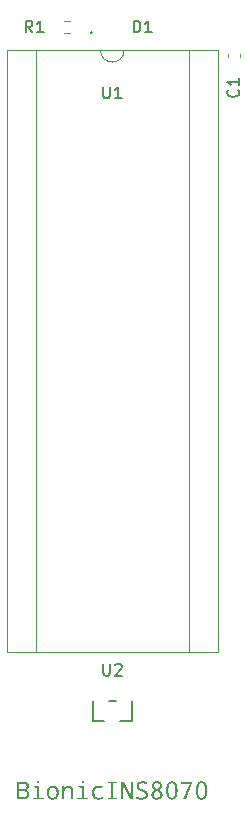
<source format=gbr>
G04 #@! TF.GenerationSoftware,KiCad,Pcbnew,7.0.11+dfsg-1build4*
G04 #@! TF.CreationDate,2024-11-28T12:21:17+09:00*
G04 #@! TF.ProjectId,bionic-ins8070,62696f6e-6963-42d6-996e-73383037302e,5*
G04 #@! TF.SameCoordinates,Original*
G04 #@! TF.FileFunction,Legend,Top*
G04 #@! TF.FilePolarity,Positive*
%FSLAX46Y46*%
G04 Gerber Fmt 4.6, Leading zero omitted, Abs format (unit mm)*
G04 Created by KiCad (PCBNEW 7.0.11+dfsg-1build4) date 2024-11-28 12:21:17*
%MOMM*%
%LPD*%
G01*
G04 APERTURE LIST*
%ADD10C,0.150000*%
%ADD11C,0.152400*%
%ADD12C,0.120000*%
G04 APERTURE END LIST*
D10*
G36*
X106118352Y-135669959D02*
G01*
X106135529Y-135670222D01*
X106152404Y-135670660D01*
X106168976Y-135671274D01*
X106185245Y-135672063D01*
X106201211Y-135673027D01*
X106216875Y-135674167D01*
X106232236Y-135675481D01*
X106247295Y-135676972D01*
X106262051Y-135678637D01*
X106290654Y-135682494D01*
X106318047Y-135687052D01*
X106344229Y-135692311D01*
X106369201Y-135698272D01*
X106392962Y-135704934D01*
X106415512Y-135712297D01*
X106436851Y-135720361D01*
X106456979Y-135729127D01*
X106475897Y-135738593D01*
X106493604Y-135748761D01*
X106510101Y-135759631D01*
X106525540Y-135771236D01*
X106539982Y-135783702D01*
X106553429Y-135797030D01*
X106565880Y-135811219D01*
X106577334Y-135826270D01*
X106587793Y-135842183D01*
X106597255Y-135858957D01*
X106605722Y-135876592D01*
X106613192Y-135895090D01*
X106619667Y-135914448D01*
X106625145Y-135934668D01*
X106629627Y-135955750D01*
X106633113Y-135977693D01*
X106635603Y-136000498D01*
X106637098Y-136024164D01*
X106637596Y-136048692D01*
X106637279Y-136064915D01*
X106636330Y-136080795D01*
X106634749Y-136096331D01*
X106632535Y-136111524D01*
X106629689Y-136126373D01*
X106626210Y-136140879D01*
X106622098Y-136155041D01*
X106614745Y-136175640D01*
X106605968Y-136195467D01*
X106595768Y-136214521D01*
X106584145Y-136232802D01*
X106571099Y-136250310D01*
X106561610Y-136261553D01*
X106556629Y-136267045D01*
X106546285Y-136277631D01*
X106535494Y-136287682D01*
X106524257Y-136297197D01*
X106512574Y-136306177D01*
X106500444Y-136314622D01*
X106487867Y-136322532D01*
X106474844Y-136329907D01*
X106461374Y-136336746D01*
X106447458Y-136343050D01*
X106433096Y-136348819D01*
X106418286Y-136354052D01*
X106403031Y-136358751D01*
X106387329Y-136362914D01*
X106371180Y-136366542D01*
X106354585Y-136369634D01*
X106337543Y-136372192D01*
X106337543Y-136382450D01*
X106358596Y-136386165D01*
X106378980Y-136390350D01*
X106398695Y-136395004D01*
X106417743Y-136400127D01*
X106436122Y-136405720D01*
X106453832Y-136411782D01*
X106470875Y-136418314D01*
X106487249Y-136425315D01*
X106502955Y-136432785D01*
X106517992Y-136440725D01*
X106532361Y-136449134D01*
X106546062Y-136458013D01*
X106559094Y-136467361D01*
X106571458Y-136477178D01*
X106583154Y-136487465D01*
X106594181Y-136498221D01*
X106604540Y-136509447D01*
X106614231Y-136521142D01*
X106623254Y-136533306D01*
X106631608Y-136545940D01*
X106639294Y-136559043D01*
X106646311Y-136572616D01*
X106652660Y-136586658D01*
X106658341Y-136601169D01*
X106663353Y-136616150D01*
X106667698Y-136631601D01*
X106671373Y-136647520D01*
X106674381Y-136663909D01*
X106676720Y-136680768D01*
X106678391Y-136698096D01*
X106679393Y-136715893D01*
X106679727Y-136734160D01*
X106679214Y-136759281D01*
X106677672Y-136783722D01*
X106675104Y-136807481D01*
X106671507Y-136830559D01*
X106666883Y-136852956D01*
X106661232Y-136874672D01*
X106654553Y-136895706D01*
X106646846Y-136916060D01*
X106638112Y-136935732D01*
X106628351Y-136954722D01*
X106617561Y-136973032D01*
X106605745Y-136990660D01*
X106592901Y-137007608D01*
X106579029Y-137023874D01*
X106564129Y-137039458D01*
X106548203Y-137054362D01*
X106531434Y-137068426D01*
X106513919Y-137081582D01*
X106495657Y-137093831D01*
X106476647Y-137105172D01*
X106456891Y-137115606D01*
X106436387Y-137125133D01*
X106415137Y-137133753D01*
X106393139Y-137141465D01*
X106370394Y-137148270D01*
X106346903Y-137154168D01*
X106322664Y-137159158D01*
X106297678Y-137163241D01*
X106271945Y-137166417D01*
X106245466Y-137168685D01*
X106218239Y-137170046D01*
X106190265Y-137170500D01*
X105647313Y-137170500D01*
X105647313Y-136466714D01*
X105840021Y-136466714D01*
X105840021Y-137006735D01*
X106156193Y-137006735D01*
X106175915Y-137006461D01*
X106195012Y-137005640D01*
X106213482Y-137004271D01*
X106231326Y-137002355D01*
X106248544Y-136999892D01*
X106265136Y-136996881D01*
X106281102Y-136993323D01*
X106296442Y-136989218D01*
X106311155Y-136984565D01*
X106325243Y-136979365D01*
X106351539Y-136967322D01*
X106375332Y-136953089D01*
X106396619Y-136936668D01*
X106415403Y-136918056D01*
X106431682Y-136897255D01*
X106445456Y-136874264D01*
X106456726Y-136849084D01*
X106465492Y-136821714D01*
X106468935Y-136807207D01*
X106471753Y-136792154D01*
X106473944Y-136776553D01*
X106475509Y-136760405D01*
X106476449Y-136743709D01*
X106476762Y-136726466D01*
X106476436Y-136710485D01*
X106475458Y-136695012D01*
X106473828Y-136680045D01*
X106468613Y-136651635D01*
X106460791Y-136625254D01*
X106450361Y-136600902D01*
X106437323Y-136578580D01*
X106421679Y-136558287D01*
X106403426Y-136540023D01*
X106382566Y-136523788D01*
X106359099Y-136509583D01*
X106333024Y-136497407D01*
X106319009Y-136492080D01*
X106304342Y-136487261D01*
X106289023Y-136482948D01*
X106273052Y-136479143D01*
X106256429Y-136475846D01*
X106239155Y-136473055D01*
X106221228Y-136470772D01*
X106202650Y-136468997D01*
X106183420Y-136467728D01*
X106163538Y-136466967D01*
X106143004Y-136466714D01*
X105840021Y-136466714D01*
X105647313Y-136466714D01*
X105647313Y-135833636D01*
X105840021Y-135833636D01*
X105840021Y-136302949D01*
X106132379Y-136302949D01*
X106152143Y-136302730D01*
X106171225Y-136302073D01*
X106189626Y-136300978D01*
X106207347Y-136299446D01*
X106224385Y-136297475D01*
X106240743Y-136295066D01*
X106256419Y-136292220D01*
X106271414Y-136288935D01*
X106285728Y-136285213D01*
X106305922Y-136278809D01*
X106324583Y-136271419D01*
X106341711Y-136263043D01*
X106357307Y-136253683D01*
X106366852Y-136246895D01*
X106380012Y-136235741D01*
X106391878Y-136223299D01*
X106402449Y-136209569D01*
X106411726Y-136194551D01*
X106419709Y-136178245D01*
X106426397Y-136160651D01*
X106431790Y-136141769D01*
X106435889Y-136121599D01*
X106438694Y-136100141D01*
X106439844Y-136085120D01*
X106440420Y-136069526D01*
X106440492Y-136061515D01*
X106440184Y-136046535D01*
X106438569Y-136025081D01*
X106435569Y-136004843D01*
X106431184Y-135985822D01*
X106425415Y-135968019D01*
X106418261Y-135951433D01*
X106409723Y-135936064D01*
X106399800Y-135921912D01*
X106388492Y-135908977D01*
X106375800Y-135897260D01*
X106361723Y-135886759D01*
X106346143Y-135877265D01*
X106328939Y-135868706D01*
X106310113Y-135861080D01*
X106289664Y-135854387D01*
X106275130Y-135850445D01*
X106259874Y-135846917D01*
X106243897Y-135843804D01*
X106227199Y-135841107D01*
X106209779Y-135838824D01*
X106191639Y-135836956D01*
X106172777Y-135835504D01*
X106153193Y-135834466D01*
X106132889Y-135833844D01*
X106111863Y-135833636D01*
X105840021Y-135833636D01*
X105647313Y-135833636D01*
X105647313Y-135669871D01*
X106100872Y-135669871D01*
X106118352Y-135669959D01*
G37*
G36*
X107420516Y-135576082D02*
G01*
X107440027Y-135577109D01*
X107457619Y-135580191D01*
X107473292Y-135585327D01*
X107487045Y-135592517D01*
X107498880Y-135601762D01*
X107508795Y-135613061D01*
X107516792Y-135626414D01*
X107522869Y-135641822D01*
X107527027Y-135659284D01*
X107529266Y-135678800D01*
X107529693Y-135692952D01*
X107528896Y-135710766D01*
X107526508Y-135727113D01*
X107522528Y-135741993D01*
X107515650Y-135757913D01*
X107506480Y-135771720D01*
X107497086Y-135781613D01*
X107484571Y-135791449D01*
X107471206Y-135799250D01*
X107456991Y-135805015D01*
X107441925Y-135808746D01*
X107426010Y-135810442D01*
X107420516Y-135810555D01*
X107400809Y-135809522D01*
X107383040Y-135806421D01*
X107367209Y-135801253D01*
X107353317Y-135794017D01*
X107341363Y-135784715D01*
X107331348Y-135773345D01*
X107323271Y-135759908D01*
X107317133Y-135744404D01*
X107312933Y-135726832D01*
X107310671Y-135707193D01*
X107310240Y-135692952D01*
X107311210Y-135672066D01*
X107314117Y-135653235D01*
X107318963Y-135636458D01*
X107325748Y-135621735D01*
X107334471Y-135609066D01*
X107345132Y-135598452D01*
X107357732Y-135589892D01*
X107372270Y-135583387D01*
X107388747Y-135578935D01*
X107407162Y-135576539D01*
X107420516Y-135576082D01*
G37*
G36*
X107325994Y-136192307D02*
G01*
X107048656Y-136170691D01*
X107048656Y-136045028D01*
X107513206Y-136045028D01*
X107513206Y-137023221D01*
X107875907Y-137043737D01*
X107875907Y-137170500D01*
X106971353Y-137170500D01*
X106971353Y-137043737D01*
X107325994Y-137023221D01*
X107325994Y-136192307D01*
G37*
G36*
X108691345Y-136022205D02*
G01*
X108718464Y-136024077D01*
X108744949Y-136027197D01*
X108770797Y-136031565D01*
X108796011Y-136037180D01*
X108820589Y-136044044D01*
X108844531Y-136052155D01*
X108867838Y-136061515D01*
X108890510Y-136072122D01*
X108912546Y-136083978D01*
X108933947Y-136097081D01*
X108954712Y-136111432D01*
X108974842Y-136127031D01*
X108994337Y-136143878D01*
X109013196Y-136161973D01*
X109031420Y-136181316D01*
X109048766Y-136201692D01*
X109064994Y-136222887D01*
X109080102Y-136244900D01*
X109094091Y-136267732D01*
X109106961Y-136291383D01*
X109118712Y-136315852D01*
X109129343Y-136341140D01*
X109138856Y-136367246D01*
X109147249Y-136394171D01*
X109154524Y-136421914D01*
X109160679Y-136450476D01*
X109163337Y-136465064D01*
X109165715Y-136479857D01*
X109167813Y-136494854D01*
X109169632Y-136510056D01*
X109171171Y-136525463D01*
X109172430Y-136541074D01*
X109173409Y-136556890D01*
X109174109Y-136572911D01*
X109174528Y-136589136D01*
X109174668Y-136605566D01*
X109174530Y-136622534D01*
X109174116Y-136639277D01*
X109173425Y-136655793D01*
X109172458Y-136672084D01*
X109171216Y-136688148D01*
X109169696Y-136703986D01*
X109167901Y-136719598D01*
X109165830Y-136734984D01*
X109163482Y-136750144D01*
X109160858Y-136765077D01*
X109157958Y-136779785D01*
X109154781Y-136794266D01*
X109151329Y-136808522D01*
X109143595Y-136836354D01*
X109134757Y-136863282D01*
X109124813Y-136889305D01*
X109113765Y-136914424D01*
X109101612Y-136938638D01*
X109088354Y-136961948D01*
X109073992Y-136984354D01*
X109058524Y-137005855D01*
X109041952Y-137026451D01*
X109033252Y-137036410D01*
X109015254Y-137055487D01*
X108996523Y-137073333D01*
X108977060Y-137089948D01*
X108956865Y-137105332D01*
X108935936Y-137119486D01*
X108914275Y-137132409D01*
X108891881Y-137144101D01*
X108868754Y-137154563D01*
X108844894Y-137163793D01*
X108820302Y-137171793D01*
X108794977Y-137178562D01*
X108768920Y-137184101D01*
X108742129Y-137188408D01*
X108714606Y-137191485D01*
X108686350Y-137193331D01*
X108657362Y-137193947D01*
X108629826Y-137193321D01*
X108602905Y-137191445D01*
X108576600Y-137188318D01*
X108550910Y-137183940D01*
X108525836Y-137178312D01*
X108501376Y-137171433D01*
X108477533Y-137163302D01*
X108454304Y-137153922D01*
X108431691Y-137143290D01*
X108409694Y-137131407D01*
X108388312Y-137118274D01*
X108367545Y-137103890D01*
X108347393Y-137088255D01*
X108327857Y-137071369D01*
X108308936Y-137053233D01*
X108290631Y-137033846D01*
X108273240Y-137013368D01*
X108256971Y-136992051D01*
X108241825Y-136969896D01*
X108227800Y-136946903D01*
X108214897Y-136923071D01*
X108203116Y-136898400D01*
X108192457Y-136872890D01*
X108182920Y-136846542D01*
X108174505Y-136819355D01*
X108167212Y-136791330D01*
X108163986Y-136777002D01*
X108161041Y-136762466D01*
X108158376Y-136747719D01*
X108155992Y-136732763D01*
X108153889Y-136717597D01*
X108152065Y-136702222D01*
X108150523Y-136686636D01*
X108149260Y-136670842D01*
X108148279Y-136654837D01*
X108147577Y-136638623D01*
X108147157Y-136622199D01*
X108147016Y-136605566D01*
X108340823Y-136605566D01*
X108341136Y-136632186D01*
X108342075Y-136657960D01*
X108343641Y-136682890D01*
X108345832Y-136706974D01*
X108348649Y-136730214D01*
X108352093Y-136752608D01*
X108356163Y-136774157D01*
X108360859Y-136794862D01*
X108366181Y-136814721D01*
X108372129Y-136833735D01*
X108378703Y-136851904D01*
X108385903Y-136869228D01*
X108393729Y-136885707D01*
X108402182Y-136901341D01*
X108411261Y-136916129D01*
X108420965Y-136930073D01*
X108431296Y-136943172D01*
X108442253Y-136955425D01*
X108453836Y-136966834D01*
X108466045Y-136977397D01*
X108478880Y-136987115D01*
X108492342Y-136995988D01*
X108506429Y-137004017D01*
X108521143Y-137011200D01*
X108536483Y-137017538D01*
X108552448Y-137023031D01*
X108569040Y-137027679D01*
X108586258Y-137031481D01*
X108604103Y-137034439D01*
X108622573Y-137036552D01*
X108641669Y-137037819D01*
X108661392Y-137038242D01*
X108681047Y-137037819D01*
X108700078Y-137036552D01*
X108718484Y-137034439D01*
X108736267Y-137031481D01*
X108753426Y-137027679D01*
X108769962Y-137023031D01*
X108785873Y-137017538D01*
X108801160Y-137011200D01*
X108815823Y-137004017D01*
X108829862Y-136995988D01*
X108843277Y-136987115D01*
X108856069Y-136977397D01*
X108868236Y-136966834D01*
X108879779Y-136955425D01*
X108890699Y-136943172D01*
X108900994Y-136930073D01*
X108910665Y-136916129D01*
X108919713Y-136901341D01*
X108928136Y-136885707D01*
X108935936Y-136869228D01*
X108943112Y-136851904D01*
X108949663Y-136833735D01*
X108955591Y-136814721D01*
X108960895Y-136794862D01*
X108965574Y-136774157D01*
X108969630Y-136752608D01*
X108973062Y-136730214D01*
X108975870Y-136706974D01*
X108978054Y-136682890D01*
X108979613Y-136657960D01*
X108980549Y-136632186D01*
X108980861Y-136605566D01*
X108980547Y-136579217D01*
X108979605Y-136553704D01*
X108978034Y-136529028D01*
X108975835Y-136505188D01*
X108973008Y-136482184D01*
X108969553Y-136460018D01*
X108965469Y-136438687D01*
X108960757Y-136418193D01*
X108955417Y-136398536D01*
X108949449Y-136379715D01*
X108942852Y-136361731D01*
X108935627Y-136344583D01*
X108927774Y-136328271D01*
X108919292Y-136312796D01*
X108910182Y-136298158D01*
X108900444Y-136284356D01*
X108890078Y-136271390D01*
X108879084Y-136259261D01*
X108867461Y-136247969D01*
X108855210Y-136237513D01*
X108842331Y-136227893D01*
X108828823Y-136219110D01*
X108814687Y-136211164D01*
X108799923Y-136204053D01*
X108784531Y-136197780D01*
X108768510Y-136192343D01*
X108751862Y-136187742D01*
X108734584Y-136183978D01*
X108716679Y-136181050D01*
X108698146Y-136178959D01*
X108678984Y-136177704D01*
X108659194Y-136177286D01*
X108639606Y-136177704D01*
X108620641Y-136178959D01*
X108602297Y-136181050D01*
X108584575Y-136183978D01*
X108567476Y-136187742D01*
X108550997Y-136192343D01*
X108535141Y-136197780D01*
X108519906Y-136204053D01*
X108505294Y-136211164D01*
X108491303Y-136219110D01*
X108477934Y-136227893D01*
X108465187Y-136237513D01*
X108453061Y-136247969D01*
X108441557Y-136259261D01*
X108430676Y-136271390D01*
X108420416Y-136284356D01*
X108410778Y-136298158D01*
X108401761Y-136312796D01*
X108393367Y-136328271D01*
X108385594Y-136344583D01*
X108378443Y-136361731D01*
X108371914Y-136379715D01*
X108366007Y-136398536D01*
X108360721Y-136418193D01*
X108356058Y-136438687D01*
X108352016Y-136460018D01*
X108348596Y-136482184D01*
X108345798Y-136505188D01*
X108343621Y-136529028D01*
X108342067Y-136553704D01*
X108341134Y-136579217D01*
X108340823Y-136605566D01*
X108147016Y-136605566D01*
X108147153Y-136588756D01*
X108147562Y-136572169D01*
X108148243Y-136555806D01*
X108149197Y-136539666D01*
X108150424Y-136523749D01*
X108151924Y-136508056D01*
X108153696Y-136492585D01*
X108155740Y-136477338D01*
X108158058Y-136462315D01*
X108160648Y-136447514D01*
X108163510Y-136432937D01*
X108166645Y-136418583D01*
X108173734Y-136390544D01*
X108181913Y-136363399D01*
X108191182Y-136337147D01*
X108201542Y-136311787D01*
X108212992Y-136287321D01*
X108225533Y-136263748D01*
X108239164Y-136241068D01*
X108253886Y-136219280D01*
X108269698Y-136198386D01*
X108286601Y-136178385D01*
X108304431Y-136159397D01*
X108323026Y-136141634D01*
X108342384Y-136125096D01*
X108362507Y-136109783D01*
X108383394Y-136095695D01*
X108405046Y-136082833D01*
X108427461Y-136071195D01*
X108450641Y-136060782D01*
X108474585Y-136051594D01*
X108499293Y-136043632D01*
X108524765Y-136036894D01*
X108551002Y-136031381D01*
X108578002Y-136027094D01*
X108605767Y-136024031D01*
X108634297Y-136022194D01*
X108663590Y-136021581D01*
X108691345Y-136022205D01*
G37*
G36*
X110203053Y-137170500D02*
G01*
X110203053Y-136444366D01*
X110202813Y-136427934D01*
X110202095Y-136412024D01*
X110200898Y-136396635D01*
X110199223Y-136381769D01*
X110194436Y-136353600D01*
X110187734Y-136327518D01*
X110179117Y-136303523D01*
X110168586Y-136281614D01*
X110156139Y-136261792D01*
X110141778Y-136244056D01*
X110125502Y-136228407D01*
X110107311Y-136214844D01*
X110087206Y-136203368D01*
X110065185Y-136193978D01*
X110041250Y-136186675D01*
X110015400Y-136181459D01*
X109987635Y-136178329D01*
X109957955Y-136177286D01*
X109938480Y-136177685D01*
X109919624Y-136178883D01*
X109901386Y-136180879D01*
X109883766Y-136183674D01*
X109866765Y-136187268D01*
X109850381Y-136191660D01*
X109834616Y-136196851D01*
X109819469Y-136202840D01*
X109804941Y-136209628D01*
X109791030Y-136217214D01*
X109777738Y-136225599D01*
X109765064Y-136234782D01*
X109753008Y-136244764D01*
X109741571Y-136255545D01*
X109730752Y-136267124D01*
X109720551Y-136279502D01*
X109710968Y-136292678D01*
X109702004Y-136306653D01*
X109693657Y-136321426D01*
X109685929Y-136336998D01*
X109678820Y-136353368D01*
X109672328Y-136370537D01*
X109666455Y-136388505D01*
X109661200Y-136407271D01*
X109656563Y-136426836D01*
X109652545Y-136447199D01*
X109649144Y-136468361D01*
X109646362Y-136490321D01*
X109644198Y-136513080D01*
X109642653Y-136536638D01*
X109641725Y-136560994D01*
X109641416Y-136586148D01*
X109641416Y-137170500D01*
X109453838Y-137170500D01*
X109453838Y-136045028D01*
X109605146Y-136045028D01*
X109632990Y-136194871D01*
X109643248Y-136194871D01*
X109657053Y-136173887D01*
X109671905Y-136154257D01*
X109687804Y-136135980D01*
X109704751Y-136119057D01*
X109722746Y-136103488D01*
X109741789Y-136089273D01*
X109761878Y-136076411D01*
X109783016Y-136064904D01*
X109805201Y-136054750D01*
X109828434Y-136045950D01*
X109852714Y-136038504D01*
X109878042Y-136032412D01*
X109904417Y-136027673D01*
X109931840Y-136024289D01*
X109960311Y-136022258D01*
X109989829Y-136021581D01*
X110014487Y-136021984D01*
X110038363Y-136023191D01*
X110061456Y-136025204D01*
X110083767Y-136028021D01*
X110105294Y-136031644D01*
X110126039Y-136036071D01*
X110146001Y-136041304D01*
X110165180Y-136047341D01*
X110183576Y-136054184D01*
X110201189Y-136061831D01*
X110218020Y-136070284D01*
X110234068Y-136079541D01*
X110249333Y-136089604D01*
X110263815Y-136100471D01*
X110277514Y-136112144D01*
X110290431Y-136124621D01*
X110302564Y-136137904D01*
X110313915Y-136151991D01*
X110324483Y-136166884D01*
X110334268Y-136182581D01*
X110343271Y-136199084D01*
X110351490Y-136216391D01*
X110358927Y-136234504D01*
X110365581Y-136253421D01*
X110371452Y-136273144D01*
X110376540Y-136293671D01*
X110380846Y-136315004D01*
X110384369Y-136337141D01*
X110387108Y-136360083D01*
X110389066Y-136383831D01*
X110390240Y-136408383D01*
X110390631Y-136433741D01*
X110390631Y-137170500D01*
X110203053Y-137170500D01*
G37*
G36*
X111201395Y-135576082D02*
G01*
X111220906Y-135577109D01*
X111238498Y-135580191D01*
X111254171Y-135585327D01*
X111267925Y-135592517D01*
X111279759Y-135601762D01*
X111289675Y-135613061D01*
X111297671Y-135626414D01*
X111303748Y-135641822D01*
X111307906Y-135659284D01*
X111310145Y-135678800D01*
X111310572Y-135692952D01*
X111309776Y-135710766D01*
X111307388Y-135727113D01*
X111303407Y-135741993D01*
X111296529Y-135757913D01*
X111287359Y-135771720D01*
X111277965Y-135781613D01*
X111265450Y-135791449D01*
X111252085Y-135799250D01*
X111237870Y-135805015D01*
X111222805Y-135808746D01*
X111206889Y-135810442D01*
X111201395Y-135810555D01*
X111181688Y-135809522D01*
X111163919Y-135806421D01*
X111148088Y-135801253D01*
X111134196Y-135794017D01*
X111122242Y-135784715D01*
X111112227Y-135773345D01*
X111104150Y-135759908D01*
X111098012Y-135744404D01*
X111093812Y-135726832D01*
X111091550Y-135707193D01*
X111091120Y-135692952D01*
X111092089Y-135672066D01*
X111094997Y-135653235D01*
X111099843Y-135636458D01*
X111106627Y-135621735D01*
X111115350Y-135609066D01*
X111126012Y-135598452D01*
X111138611Y-135589892D01*
X111153150Y-135583387D01*
X111169626Y-135578935D01*
X111188042Y-135576539D01*
X111201395Y-135576082D01*
G37*
G36*
X111106873Y-136192307D02*
G01*
X110829536Y-136170691D01*
X110829536Y-136045028D01*
X111294085Y-136045028D01*
X111294085Y-137023221D01*
X111656786Y-137043737D01*
X111656786Y-137170500D01*
X110752233Y-137170500D01*
X110752233Y-137043737D01*
X111106873Y-137023221D01*
X111106873Y-136192307D01*
G37*
G36*
X112902791Y-136082398D02*
G01*
X112839044Y-136245063D01*
X112819847Y-136237832D01*
X112800907Y-136231067D01*
X112782226Y-136224769D01*
X112763801Y-136218937D01*
X112745635Y-136213572D01*
X112727726Y-136208673D01*
X112710075Y-136204241D01*
X112692681Y-136200275D01*
X112675545Y-136196776D01*
X112658666Y-136193744D01*
X112642045Y-136191178D01*
X112625682Y-136189078D01*
X112609576Y-136187445D01*
X112593728Y-136186279D01*
X112578138Y-136185579D01*
X112562805Y-136185346D01*
X112539296Y-136185762D01*
X112516533Y-136187010D01*
X112494516Y-136189091D01*
X112473246Y-136192004D01*
X112452722Y-136195748D01*
X112432945Y-136200325D01*
X112413913Y-136205735D01*
X112395628Y-136211976D01*
X112378090Y-136219050D01*
X112361297Y-136226956D01*
X112345251Y-136235694D01*
X112329952Y-136245264D01*
X112315398Y-136255666D01*
X112301591Y-136266901D01*
X112288531Y-136278967D01*
X112276216Y-136291866D01*
X112264648Y-136305598D01*
X112253827Y-136320161D01*
X112243751Y-136335556D01*
X112234422Y-136351784D01*
X112225840Y-136368844D01*
X112218003Y-136386736D01*
X112210913Y-136405460D01*
X112204569Y-136425017D01*
X112198972Y-136445406D01*
X112194121Y-136466626D01*
X112190016Y-136488679D01*
X112186658Y-136511565D01*
X112184045Y-136535282D01*
X112182180Y-136559832D01*
X112181060Y-136585214D01*
X112180687Y-136611428D01*
X112181050Y-136637191D01*
X112182140Y-136662136D01*
X112183955Y-136686264D01*
X112186497Y-136709573D01*
X112189766Y-136732065D01*
X112193760Y-136753739D01*
X112198481Y-136774595D01*
X112203928Y-136794633D01*
X112210102Y-136813853D01*
X112217001Y-136832255D01*
X112224627Y-136849840D01*
X112232980Y-136866606D01*
X112242058Y-136882555D01*
X112251863Y-136897685D01*
X112262394Y-136911998D01*
X112273652Y-136925493D01*
X112285636Y-136938171D01*
X112298346Y-136950030D01*
X112311782Y-136961071D01*
X112325945Y-136971295D01*
X112340834Y-136980700D01*
X112356449Y-136989288D01*
X112372790Y-136997058D01*
X112389858Y-137004010D01*
X112407652Y-137010144D01*
X112426172Y-137015460D01*
X112445419Y-137019958D01*
X112465392Y-137023639D01*
X112486091Y-137026502D01*
X112507517Y-137028546D01*
X112529669Y-137029773D01*
X112552547Y-137030182D01*
X112572816Y-137029933D01*
X112593139Y-137029186D01*
X112613516Y-137027941D01*
X112633948Y-137026198D01*
X112654435Y-137023957D01*
X112674975Y-137021218D01*
X112695570Y-137017980D01*
X112716220Y-137014245D01*
X112736924Y-137010012D01*
X112757682Y-137005281D01*
X112778495Y-137000051D01*
X112799362Y-136994324D01*
X112820283Y-136988099D01*
X112841259Y-136981375D01*
X112862289Y-136974154D01*
X112883374Y-136966435D01*
X112883374Y-137131299D01*
X112865864Y-137138885D01*
X112847865Y-137145982D01*
X112829376Y-137152589D01*
X112810398Y-137158707D01*
X112790931Y-137164336D01*
X112770974Y-137169475D01*
X112750528Y-137174125D01*
X112729592Y-137178285D01*
X112708167Y-137181956D01*
X112686252Y-137185137D01*
X112663848Y-137187829D01*
X112640955Y-137190031D01*
X112617572Y-137191744D01*
X112593700Y-137192968D01*
X112569338Y-137193702D01*
X112544487Y-137193947D01*
X112528047Y-137193800D01*
X112511839Y-137193361D01*
X112495861Y-137192630D01*
X112480115Y-137191606D01*
X112464600Y-137190289D01*
X112449316Y-137188679D01*
X112434264Y-137186777D01*
X112419442Y-137184582D01*
X112404851Y-137182094D01*
X112376364Y-137176241D01*
X112348801Y-137169217D01*
X112322162Y-137161022D01*
X112296448Y-137151657D01*
X112271658Y-137141121D01*
X112247793Y-137129415D01*
X112224852Y-137116538D01*
X112202836Y-137102490D01*
X112181744Y-137087271D01*
X112161577Y-137070882D01*
X112142334Y-137053323D01*
X112133060Y-137044104D01*
X112115358Y-137024864D01*
X112098799Y-137004605D01*
X112083381Y-136983327D01*
X112069106Y-136961031D01*
X112055973Y-136937715D01*
X112043982Y-136913380D01*
X112033132Y-136888027D01*
X112023425Y-136861654D01*
X112014860Y-136834263D01*
X112007437Y-136805853D01*
X112004153Y-136791265D01*
X112001156Y-136776423D01*
X111998443Y-136761326D01*
X111996016Y-136745975D01*
X111993875Y-136730369D01*
X111992019Y-136714508D01*
X111990449Y-136698392D01*
X111989164Y-136682021D01*
X111988165Y-136665396D01*
X111987451Y-136648516D01*
X111987023Y-136631382D01*
X111986880Y-136613992D01*
X111987026Y-136596038D01*
X111987464Y-136578353D01*
X111988194Y-136560938D01*
X111989216Y-136543793D01*
X111990530Y-136526918D01*
X111992135Y-136510313D01*
X111994033Y-136493977D01*
X111996223Y-136477911D01*
X111998704Y-136462115D01*
X112001478Y-136446588D01*
X112004543Y-136431331D01*
X112007900Y-136416344D01*
X112011550Y-136401627D01*
X112015491Y-136387180D01*
X112019724Y-136373002D01*
X112029067Y-136345456D01*
X112039577Y-136318989D01*
X112051254Y-136293601D01*
X112064100Y-136269292D01*
X112078114Y-136246063D01*
X112093295Y-136223912D01*
X112109644Y-136202840D01*
X112127161Y-136182848D01*
X112136357Y-136173256D01*
X112155515Y-136154889D01*
X112175621Y-136137707D01*
X112196674Y-136121710D01*
X112218674Y-136106898D01*
X112241622Y-136093271D01*
X112265517Y-136080829D01*
X112290360Y-136069572D01*
X112316150Y-136059500D01*
X112342888Y-136050613D01*
X112370572Y-136042910D01*
X112399205Y-136036393D01*
X112413876Y-136033579D01*
X112428784Y-136031061D01*
X112443929Y-136028839D01*
X112459311Y-136026913D01*
X112474930Y-136025284D01*
X112490786Y-136023951D01*
X112506878Y-136022914D01*
X112523208Y-136022174D01*
X112539774Y-136021729D01*
X112556577Y-136021581D01*
X112579439Y-136021819D01*
X112602138Y-136022531D01*
X112624673Y-136023719D01*
X112647046Y-136025382D01*
X112669255Y-136027520D01*
X112691301Y-136030133D01*
X112713185Y-136033222D01*
X112734905Y-136036785D01*
X112756461Y-136040824D01*
X112777855Y-136045338D01*
X112799086Y-136050326D01*
X112820153Y-136055790D01*
X112841057Y-136061730D01*
X112861798Y-136068144D01*
X112882376Y-136075033D01*
X112902791Y-136082398D01*
G37*
G36*
X114101168Y-137170500D02*
G01*
X113301762Y-137170500D01*
X113301762Y-137043737D01*
X113605844Y-137023221D01*
X113605844Y-135817150D01*
X113301762Y-135796633D01*
X113301762Y-135669871D01*
X114101168Y-135669871D01*
X114101168Y-135796633D01*
X113798185Y-135817150D01*
X113798185Y-137023221D01*
X114101168Y-137043737D01*
X114101168Y-137170500D01*
G37*
G36*
X115455251Y-137170500D02*
G01*
X115233967Y-137170500D01*
X114636060Y-135929624D01*
X114628000Y-135929624D01*
X114629127Y-135947232D01*
X114630219Y-135964567D01*
X114631274Y-135981628D01*
X114632294Y-135998414D01*
X114633278Y-136014927D01*
X114634226Y-136031165D01*
X114635138Y-136047130D01*
X114636015Y-136062820D01*
X114636855Y-136078236D01*
X114637660Y-136093379D01*
X114638430Y-136108247D01*
X114639861Y-136137161D01*
X114641149Y-136164979D01*
X114642294Y-136191700D01*
X114643295Y-136217326D01*
X114644154Y-136241855D01*
X114644870Y-136265288D01*
X114645442Y-136287625D01*
X114645871Y-136308865D01*
X114646158Y-136329010D01*
X114646301Y-136348058D01*
X114646319Y-136357171D01*
X114646319Y-137170500D01*
X114469365Y-137170500D01*
X114469365Y-135669871D01*
X114688817Y-135669871D01*
X115284159Y-136904519D01*
X115290387Y-136904519D01*
X115289508Y-136885304D01*
X115288657Y-136866493D01*
X115287833Y-136848086D01*
X115287038Y-136830084D01*
X115286271Y-136812486D01*
X115285531Y-136795292D01*
X115284820Y-136778503D01*
X115284136Y-136762118D01*
X115283480Y-136746137D01*
X115282852Y-136730560D01*
X115282252Y-136715388D01*
X115281680Y-136700620D01*
X115280620Y-136672297D01*
X115279671Y-136645591D01*
X115278834Y-136620502D01*
X115278108Y-136597031D01*
X115277494Y-136575176D01*
X115276992Y-136554939D01*
X115276601Y-136536319D01*
X115276322Y-136519316D01*
X115276155Y-136503930D01*
X115276099Y-136490161D01*
X115276099Y-135669871D01*
X115455251Y-135669871D01*
X115455251Y-137170500D01*
G37*
G36*
X115735886Y-137123605D02*
G01*
X115735886Y-136941888D01*
X115763011Y-136952580D01*
X115790073Y-136962582D01*
X115817073Y-136971894D01*
X115844009Y-136980517D01*
X115870882Y-136988449D01*
X115897693Y-136995692D01*
X115924440Y-137002245D01*
X115951125Y-137008109D01*
X115977746Y-137013282D01*
X116004305Y-137017766D01*
X116030800Y-137021560D01*
X116057233Y-137024664D01*
X116083603Y-137027078D01*
X116109909Y-137028802D01*
X116136153Y-137029837D01*
X116162334Y-137030182D01*
X116184513Y-137029939D01*
X116205988Y-137029209D01*
X116226760Y-137027992D01*
X116246827Y-137026289D01*
X116266190Y-137024100D01*
X116284848Y-137021424D01*
X116302803Y-137018261D01*
X116320054Y-137014612D01*
X116336600Y-137010476D01*
X116352443Y-137005853D01*
X116367581Y-137000744D01*
X116382015Y-136995148D01*
X116395745Y-136989066D01*
X116421093Y-136975442D01*
X116443624Y-136959872D01*
X116463339Y-136942355D01*
X116480238Y-136922892D01*
X116494320Y-136901482D01*
X116505586Y-136878127D01*
X116514035Y-136852824D01*
X116519668Y-136825576D01*
X116522484Y-136796381D01*
X116522836Y-136781054D01*
X116522199Y-136761431D01*
X116520286Y-136742676D01*
X116517098Y-136724791D01*
X116512635Y-136707776D01*
X116506897Y-136691630D01*
X116499884Y-136676353D01*
X116491596Y-136661945D01*
X116482032Y-136648408D01*
X116471194Y-136635739D01*
X116459080Y-136623940D01*
X116450296Y-136616557D01*
X116435384Y-136605516D01*
X116417851Y-136594103D01*
X116404707Y-136586286D01*
X116390397Y-136578303D01*
X116374922Y-136570154D01*
X116358283Y-136561840D01*
X116340478Y-136553359D01*
X116321509Y-136544712D01*
X116301375Y-136535899D01*
X116280076Y-136526921D01*
X116257611Y-136517776D01*
X116233982Y-136508465D01*
X116209188Y-136498988D01*
X116183230Y-136489345D01*
X116156106Y-136479536D01*
X116129788Y-136469990D01*
X116104414Y-136460216D01*
X116079985Y-136450217D01*
X116056500Y-136439992D01*
X116033960Y-136429541D01*
X116012365Y-136418863D01*
X115991714Y-136407959D01*
X115972008Y-136396830D01*
X115953246Y-136385474D01*
X115935428Y-136373892D01*
X115918556Y-136362084D01*
X115902627Y-136350050D01*
X115887644Y-136337789D01*
X115873604Y-136325303D01*
X115860510Y-136312590D01*
X115848360Y-136299652D01*
X115837091Y-136286357D01*
X115826550Y-136272575D01*
X115816735Y-136258307D01*
X115807647Y-136243552D01*
X115799287Y-136228311D01*
X115791653Y-136212583D01*
X115784747Y-136196368D01*
X115778567Y-136179667D01*
X115773115Y-136162480D01*
X115768389Y-136144805D01*
X115764391Y-136126645D01*
X115761119Y-136107997D01*
X115758575Y-136088863D01*
X115756757Y-136069243D01*
X115755667Y-136049136D01*
X115755303Y-136028542D01*
X115755820Y-136006451D01*
X115757370Y-135984968D01*
X115759953Y-135964091D01*
X115763569Y-135943820D01*
X115768219Y-135924157D01*
X115773902Y-135905100D01*
X115780618Y-135886650D01*
X115788368Y-135868807D01*
X115797150Y-135851571D01*
X115806966Y-135834941D01*
X115817815Y-135818919D01*
X115829698Y-135803503D01*
X115842614Y-135788694D01*
X115856563Y-135774491D01*
X115871545Y-135760896D01*
X115887561Y-135747907D01*
X115904522Y-135735618D01*
X115922251Y-135724122D01*
X115940746Y-135713419D01*
X115960009Y-135703508D01*
X115980039Y-135694391D01*
X116000836Y-135686066D01*
X116022400Y-135678534D01*
X116044731Y-135671795D01*
X116067829Y-135665849D01*
X116091694Y-135660695D01*
X116116327Y-135656335D01*
X116141726Y-135652767D01*
X116167892Y-135649992D01*
X116194826Y-135648010D01*
X116222526Y-135646821D01*
X116250994Y-135646424D01*
X116265698Y-135646502D01*
X116294853Y-135647129D01*
X116323669Y-135648383D01*
X116352148Y-135650263D01*
X116380290Y-135652771D01*
X116408093Y-135655905D01*
X116435559Y-135659666D01*
X116462687Y-135664054D01*
X116489478Y-135669068D01*
X116515930Y-135674710D01*
X116542045Y-135680978D01*
X116567823Y-135687873D01*
X116593262Y-135695395D01*
X116618364Y-135703544D01*
X116643128Y-135712319D01*
X116667554Y-135721722D01*
X116679640Y-135726658D01*
X116613695Y-135895918D01*
X116588932Y-135886158D01*
X116564379Y-135877028D01*
X116540034Y-135868527D01*
X116515898Y-135860656D01*
X116491972Y-135853414D01*
X116468254Y-135846802D01*
X116444745Y-135840820D01*
X116421445Y-135835468D01*
X116398354Y-135830745D01*
X116375472Y-135826652D01*
X116352799Y-135823189D01*
X116330335Y-135820356D01*
X116308080Y-135818152D01*
X116286033Y-135816577D01*
X116264196Y-135815633D01*
X116242568Y-135815318D01*
X116223995Y-135815528D01*
X116206011Y-135816158D01*
X116188618Y-135817208D01*
X116171814Y-135818678D01*
X116155599Y-135820568D01*
X116139974Y-135822879D01*
X116124939Y-135825609D01*
X116110493Y-135828759D01*
X116083371Y-135836320D01*
X116058607Y-135845560D01*
X116036202Y-135856481D01*
X116016155Y-135869082D01*
X115998466Y-135883363D01*
X115983136Y-135899324D01*
X115970164Y-135916966D01*
X115959551Y-135936287D01*
X115951297Y-135957289D01*
X115945400Y-135979970D01*
X115941863Y-136004332D01*
X115940683Y-136030374D01*
X115941276Y-136049725D01*
X115943053Y-136068348D01*
X115946016Y-136086244D01*
X115950163Y-136103412D01*
X115955495Y-136119852D01*
X115962013Y-136135565D01*
X115969715Y-136150550D01*
X115978602Y-136164807D01*
X115988674Y-136178336D01*
X115999931Y-136191138D01*
X116008095Y-136199268D01*
X116022000Y-136211304D01*
X116038435Y-136223508D01*
X116050799Y-136231737D01*
X116064287Y-136240040D01*
X116078900Y-136248418D01*
X116094638Y-136256870D01*
X116111501Y-136265397D01*
X116129488Y-136273998D01*
X116148601Y-136282673D01*
X116168838Y-136291423D01*
X116190200Y-136300247D01*
X116212687Y-136309146D01*
X116236299Y-136318119D01*
X116261036Y-136327166D01*
X116286898Y-136336288D01*
X116302578Y-136341950D01*
X116317930Y-136347622D01*
X116332952Y-136353307D01*
X116347645Y-136359003D01*
X116362010Y-136364710D01*
X116376044Y-136370429D01*
X116389750Y-136376159D01*
X116416174Y-136387653D01*
X116441282Y-136399194D01*
X116465072Y-136410780D01*
X116487547Y-136422412D01*
X116508704Y-136434090D01*
X116528545Y-136445814D01*
X116547069Y-136457583D01*
X116564277Y-136469398D01*
X116580168Y-136481260D01*
X116594742Y-136493166D01*
X116608000Y-136505119D01*
X116619941Y-136517117D01*
X116625418Y-136523134D01*
X116635711Y-136535393D01*
X116645339Y-136548081D01*
X116654304Y-136561199D01*
X116662604Y-136574745D01*
X116670241Y-136588722D01*
X116677213Y-136603127D01*
X116683521Y-136617962D01*
X116689166Y-136633226D01*
X116694146Y-136648920D01*
X116698462Y-136665043D01*
X116702114Y-136681595D01*
X116705103Y-136698577D01*
X116707427Y-136715987D01*
X116709087Y-136733828D01*
X116710083Y-136752097D01*
X116710415Y-136770796D01*
X116709857Y-136795149D01*
X116708182Y-136818841D01*
X116705392Y-136841872D01*
X116701485Y-136864242D01*
X116696461Y-136885950D01*
X116690322Y-136906998D01*
X116683066Y-136927384D01*
X116674694Y-136947109D01*
X116665206Y-136966173D01*
X116654602Y-136984575D01*
X116642881Y-137002317D01*
X116630044Y-137019397D01*
X116616090Y-137035816D01*
X116601021Y-137051574D01*
X116584835Y-137066671D01*
X116567533Y-137081107D01*
X116549249Y-137094771D01*
X116530026Y-137107554D01*
X116509865Y-137119455D01*
X116488764Y-137130474D01*
X116466725Y-137140612D01*
X116443747Y-137149869D01*
X116419831Y-137158243D01*
X116394975Y-137165737D01*
X116369181Y-137172348D01*
X116342448Y-137178079D01*
X116314776Y-137182927D01*
X116286165Y-137186894D01*
X116271508Y-137188547D01*
X116256615Y-137189980D01*
X116241489Y-137191192D01*
X116226127Y-137192184D01*
X116210531Y-137192955D01*
X116194700Y-137193506D01*
X116178634Y-137193837D01*
X116162334Y-137193947D01*
X116145392Y-137193878D01*
X116128683Y-137193672D01*
X116112207Y-137193329D01*
X116095965Y-137192848D01*
X116079956Y-137192229D01*
X116064180Y-137191474D01*
X116048637Y-137190581D01*
X116033328Y-137189550D01*
X116018252Y-137188383D01*
X116003409Y-137187077D01*
X115988800Y-137185635D01*
X115960280Y-137182338D01*
X115932694Y-137178491D01*
X115906041Y-137174094D01*
X115880321Y-137169149D01*
X115855535Y-137163653D01*
X115831681Y-137157608D01*
X115808760Y-137151014D01*
X115786773Y-137143869D01*
X115765718Y-137136176D01*
X115745597Y-137127933D01*
X115735886Y-137123605D01*
G37*
G36*
X117506882Y-135646805D02*
G01*
X117529754Y-135647947D01*
X117552059Y-135649850D01*
X117573798Y-135652515D01*
X117594970Y-135655941D01*
X117615575Y-135660128D01*
X117635613Y-135665077D01*
X117655085Y-135670787D01*
X117673990Y-135677259D01*
X117692328Y-135684492D01*
X117710100Y-135692486D01*
X117727305Y-135701241D01*
X117743943Y-135710758D01*
X117760014Y-135721037D01*
X117775519Y-135732076D01*
X117790457Y-135743877D01*
X117804698Y-135756326D01*
X117818020Y-135769311D01*
X117830423Y-135782830D01*
X117841908Y-135796885D01*
X117852474Y-135811476D01*
X117862121Y-135826601D01*
X117870849Y-135842262D01*
X117878659Y-135858457D01*
X117885550Y-135875189D01*
X117891522Y-135892455D01*
X117896575Y-135910256D01*
X117900709Y-135928593D01*
X117903925Y-135947465D01*
X117906222Y-135966873D01*
X117907600Y-135986815D01*
X117908060Y-136007293D01*
X117907005Y-136036336D01*
X117903841Y-136064572D01*
X117898567Y-136092000D01*
X117891184Y-136118622D01*
X117881691Y-136144436D01*
X117870089Y-136169443D01*
X117856378Y-136193644D01*
X117840557Y-136217036D01*
X117822627Y-136239622D01*
X117812870Y-136250612D01*
X117802587Y-136261401D01*
X117791776Y-136271988D01*
X117780437Y-136282372D01*
X117768572Y-136292555D01*
X117756179Y-136302537D01*
X117743258Y-136312316D01*
X117729811Y-136321894D01*
X117715835Y-136331270D01*
X117701333Y-136340444D01*
X117686303Y-136349416D01*
X117670746Y-136358187D01*
X117654661Y-136366756D01*
X117638049Y-136375123D01*
X117657636Y-136385500D01*
X117676602Y-136396025D01*
X117694945Y-136406698D01*
X117712667Y-136417518D01*
X117729767Y-136428485D01*
X117746245Y-136439600D01*
X117762102Y-136450862D01*
X117777336Y-136462272D01*
X117791949Y-136473829D01*
X117805940Y-136485533D01*
X117819309Y-136497385D01*
X117832056Y-136509384D01*
X117844182Y-136521530D01*
X117855685Y-136533824D01*
X117866567Y-136546266D01*
X117876827Y-136558854D01*
X117886465Y-136571591D01*
X117895482Y-136584474D01*
X117903876Y-136597505D01*
X117911649Y-136610683D01*
X117918800Y-136624009D01*
X117925329Y-136637482D01*
X117931236Y-136651103D01*
X117936522Y-136664871D01*
X117941185Y-136678786D01*
X117948647Y-136707059D01*
X117953622Y-136735922D01*
X117955176Y-136750574D01*
X117956109Y-136765374D01*
X117956420Y-136780322D01*
X117955912Y-136803391D01*
X117954388Y-136825888D01*
X117951847Y-136847813D01*
X117948291Y-136869165D01*
X117943719Y-136889945D01*
X117938130Y-136910152D01*
X117931526Y-136929787D01*
X117923905Y-136948849D01*
X117915268Y-136967339D01*
X117905615Y-136985257D01*
X117894946Y-137002602D01*
X117883261Y-137019374D01*
X117870560Y-137035574D01*
X117856843Y-137051202D01*
X117842110Y-137066257D01*
X117826360Y-137080740D01*
X117809822Y-137094449D01*
X117792632Y-137107273D01*
X117774789Y-137119213D01*
X117756293Y-137130268D01*
X117737145Y-137140439D01*
X117717344Y-137149726D01*
X117696891Y-137158128D01*
X117675785Y-137165645D01*
X117654026Y-137172278D01*
X117631615Y-137178027D01*
X117608551Y-137182891D01*
X117584835Y-137186871D01*
X117560466Y-137189967D01*
X117535444Y-137192178D01*
X117509770Y-137193505D01*
X117483443Y-137193947D01*
X117456026Y-137193530D01*
X117429370Y-137192281D01*
X117403476Y-137190199D01*
X117378343Y-137187284D01*
X117353971Y-137183535D01*
X117330360Y-137178955D01*
X117307511Y-137173541D01*
X117285424Y-137167294D01*
X117264097Y-137160214D01*
X117243532Y-137152301D01*
X117223728Y-137143556D01*
X117204686Y-137133978D01*
X117186405Y-137123566D01*
X117168885Y-137112322D01*
X117152127Y-137100245D01*
X117136130Y-137087335D01*
X117121046Y-137073632D01*
X117106935Y-137059268D01*
X117093798Y-137044243D01*
X117081633Y-137028556D01*
X117070442Y-137012209D01*
X117060224Y-136995200D01*
X117050979Y-136977530D01*
X117042707Y-136959199D01*
X117035409Y-136940207D01*
X117029083Y-136920553D01*
X117023731Y-136900239D01*
X117019351Y-136879263D01*
X117015945Y-136857626D01*
X117013513Y-136835328D01*
X117012053Y-136812368D01*
X117011566Y-136788748D01*
X117011579Y-136788015D01*
X117194748Y-136788015D01*
X117195026Y-136803162D01*
X117195859Y-136817828D01*
X117199191Y-136845718D01*
X117204743Y-136871684D01*
X117212517Y-136895726D01*
X117222512Y-136917846D01*
X117234728Y-136938041D01*
X117249165Y-136956314D01*
X117265823Y-136972663D01*
X117284702Y-136987088D01*
X117305803Y-136999591D01*
X117329124Y-137010169D01*
X117354666Y-137018825D01*
X117382430Y-137025557D01*
X117397145Y-137028201D01*
X117412415Y-137030365D01*
X117428240Y-137032048D01*
X117444620Y-137033250D01*
X117461556Y-137033972D01*
X117479047Y-137034212D01*
X117496338Y-137033950D01*
X117513130Y-137033164D01*
X117529425Y-137031855D01*
X117545222Y-137030022D01*
X117560520Y-137027665D01*
X117575321Y-137024784D01*
X117589623Y-137021379D01*
X117610143Y-137015290D01*
X117629543Y-137008023D01*
X117647821Y-136999577D01*
X117664980Y-136989952D01*
X117681018Y-136979149D01*
X117695935Y-136967167D01*
X117709684Y-136954067D01*
X117722081Y-136940046D01*
X117733126Y-136925104D01*
X117742818Y-136909242D01*
X117751158Y-136892458D01*
X117758145Y-136874753D01*
X117763780Y-136856128D01*
X117768063Y-136836581D01*
X117770993Y-136816114D01*
X117772571Y-136794726D01*
X117772871Y-136779955D01*
X117772301Y-136762831D01*
X117770591Y-136746081D01*
X117767742Y-136729704D01*
X117763752Y-136713700D01*
X117758623Y-136698071D01*
X117752353Y-136682814D01*
X117744944Y-136667931D01*
X117736395Y-136653422D01*
X117726706Y-136639286D01*
X117715877Y-136625524D01*
X117708025Y-136616557D01*
X117695067Y-136603123D01*
X117680513Y-136589612D01*
X117664362Y-136576023D01*
X117652707Y-136566922D01*
X117640342Y-136557785D01*
X117627267Y-136548615D01*
X117613483Y-136539410D01*
X117598988Y-136530171D01*
X117583784Y-136520897D01*
X117567870Y-136511589D01*
X117551247Y-136502247D01*
X117533913Y-136492870D01*
X117515870Y-136483459D01*
X117497116Y-136474014D01*
X117487473Y-136469278D01*
X117456699Y-136454990D01*
X117440583Y-136462835D01*
X117424978Y-136470845D01*
X117409885Y-136479021D01*
X117395304Y-136487362D01*
X117381235Y-136495868D01*
X117367677Y-136504539D01*
X117354630Y-136513376D01*
X117342096Y-136522378D01*
X117330072Y-136531546D01*
X117318561Y-136540878D01*
X117297073Y-136560039D01*
X117277631Y-136579862D01*
X117260236Y-136600345D01*
X117244887Y-136621490D01*
X117231585Y-136643296D01*
X117220329Y-136665763D01*
X117211120Y-136688891D01*
X117203958Y-136712680D01*
X117198841Y-136737131D01*
X117195772Y-136762242D01*
X117194748Y-136788015D01*
X117011579Y-136788015D01*
X117011850Y-136772314D01*
X117012701Y-136756124D01*
X117014120Y-136740177D01*
X117016106Y-136724474D01*
X117018659Y-136709014D01*
X117021780Y-136693797D01*
X117025468Y-136678823D01*
X117029724Y-136664092D01*
X117034547Y-136649605D01*
X117039938Y-136635362D01*
X117045896Y-136621361D01*
X117052422Y-136607604D01*
X117059515Y-136594090D01*
X117067175Y-136580819D01*
X117075403Y-136567792D01*
X117084198Y-136555008D01*
X117093561Y-136542467D01*
X117103491Y-136530169D01*
X117113988Y-136518115D01*
X117125053Y-136506304D01*
X117136686Y-136494736D01*
X117148886Y-136483412D01*
X117161653Y-136472331D01*
X117174988Y-136461493D01*
X117188890Y-136450899D01*
X117203359Y-136440547D01*
X117218396Y-136430439D01*
X117234001Y-136420575D01*
X117250173Y-136410953D01*
X117266912Y-136401575D01*
X117284219Y-136392441D01*
X117302093Y-136383549D01*
X117287194Y-136374107D01*
X117272768Y-136364511D01*
X117258815Y-136354761D01*
X117245335Y-136344858D01*
X117232328Y-136334800D01*
X117219794Y-136324589D01*
X117207733Y-136314224D01*
X117196145Y-136303705D01*
X117185030Y-136293032D01*
X117174388Y-136282205D01*
X117164219Y-136271224D01*
X117154523Y-136260090D01*
X117136549Y-136237360D01*
X117120468Y-136214014D01*
X117106279Y-136190053D01*
X117093981Y-136165476D01*
X117083575Y-136140285D01*
X117075062Y-136114477D01*
X117068440Y-136088055D01*
X117063710Y-136061017D01*
X117060872Y-136033363D01*
X117060306Y-136016452D01*
X117243475Y-136016452D01*
X117243922Y-136033381D01*
X117245265Y-136049820D01*
X117247503Y-136065770D01*
X117250636Y-136081230D01*
X117254664Y-136096201D01*
X117259588Y-136110682D01*
X117265406Y-136124674D01*
X117272120Y-136138177D01*
X117279729Y-136151190D01*
X117288233Y-136163713D01*
X117294399Y-136171790D01*
X117304734Y-136183681D01*
X117316639Y-136195584D01*
X117330116Y-136207500D01*
X117345164Y-136219429D01*
X117361783Y-136231371D01*
X117379974Y-136243326D01*
X117392974Y-136251303D01*
X117406673Y-136259286D01*
X117421070Y-136267274D01*
X117436165Y-136275268D01*
X117451959Y-136283268D01*
X117468451Y-136291274D01*
X117485642Y-136299285D01*
X117500338Y-136292665D01*
X117514567Y-136285902D01*
X117528330Y-136278995D01*
X117541627Y-136271945D01*
X117554457Y-136264753D01*
X117578717Y-136249938D01*
X117601111Y-136234550D01*
X117621639Y-136218591D01*
X117640300Y-136202058D01*
X117657096Y-136184954D01*
X117672025Y-136167277D01*
X117685088Y-136149027D01*
X117696285Y-136130205D01*
X117705616Y-136110811D01*
X117713081Y-136090844D01*
X117718679Y-136070305D01*
X117722412Y-136049193D01*
X117724278Y-136027509D01*
X117724511Y-136016452D01*
X117723941Y-135997646D01*
X117722231Y-135979697D01*
X117719382Y-135962604D01*
X117715392Y-135946368D01*
X117710263Y-135930988D01*
X117703993Y-135916465D01*
X117696584Y-135902798D01*
X117688035Y-135889988D01*
X117678346Y-135878034D01*
X117667517Y-135866937D01*
X117659665Y-135860015D01*
X117647078Y-135850390D01*
X117633634Y-135841712D01*
X117619334Y-135833981D01*
X117604178Y-135827196D01*
X117588165Y-135821358D01*
X117571295Y-135816467D01*
X117553569Y-135812523D01*
X117534986Y-135809525D01*
X117515547Y-135807474D01*
X117495252Y-135806369D01*
X117481245Y-135806159D01*
X117461167Y-135806632D01*
X117441875Y-135808052D01*
X117423369Y-135810419D01*
X117405648Y-135813732D01*
X117388713Y-135817992D01*
X117372564Y-135823199D01*
X117357200Y-135829353D01*
X117342622Y-135836453D01*
X117328830Y-135844499D01*
X117315823Y-135853493D01*
X117307589Y-135860015D01*
X117296131Y-135870541D01*
X117285800Y-135881923D01*
X117276596Y-135894163D01*
X117268519Y-135907258D01*
X117261569Y-135921211D01*
X117255747Y-135936019D01*
X117251051Y-135951685D01*
X117247482Y-135968206D01*
X117245040Y-135985585D01*
X117243725Y-136003820D01*
X117243475Y-136016452D01*
X117060306Y-136016452D01*
X117059926Y-136005095D01*
X117060394Y-135984753D01*
X117061798Y-135964944D01*
X117064138Y-135945666D01*
X117067414Y-135926922D01*
X117071626Y-135908709D01*
X117076773Y-135891030D01*
X117082857Y-135873882D01*
X117089877Y-135857267D01*
X117097832Y-135841184D01*
X117106724Y-135825634D01*
X117116551Y-135810615D01*
X117127314Y-135796130D01*
X117139014Y-135782176D01*
X117151649Y-135768755D01*
X117165220Y-135755867D01*
X117179727Y-135743511D01*
X117194996Y-135731754D01*
X117210760Y-135720756D01*
X117227018Y-135710516D01*
X117243772Y-135701035D01*
X117261022Y-135692313D01*
X117278766Y-135684349D01*
X117297006Y-135677143D01*
X117315740Y-135670696D01*
X117334970Y-135665007D01*
X117354695Y-135660077D01*
X117374915Y-135655905D01*
X117395630Y-135652492D01*
X117416841Y-135649837D01*
X117438547Y-135647941D01*
X117460747Y-135646803D01*
X117483443Y-135646424D01*
X117506882Y-135646805D01*
G37*
G36*
X118756354Y-135646618D02*
G01*
X118785299Y-135648173D01*
X118813332Y-135651281D01*
X118840451Y-135655944D01*
X118866658Y-135662160D01*
X118891951Y-135669931D01*
X118916332Y-135679256D01*
X118939799Y-135690136D01*
X118962353Y-135702569D01*
X118983995Y-135716557D01*
X119004723Y-135732099D01*
X119024538Y-135749195D01*
X119043440Y-135767845D01*
X119061429Y-135788049D01*
X119078505Y-135809808D01*
X119094668Y-135833121D01*
X119102407Y-135845360D01*
X119109935Y-135857966D01*
X119117225Y-135870917D01*
X119124275Y-135884212D01*
X119131087Y-135897853D01*
X119137659Y-135911839D01*
X119143992Y-135926169D01*
X119150087Y-135940844D01*
X119155942Y-135955865D01*
X119161559Y-135971230D01*
X119166936Y-135986940D01*
X119172074Y-136002995D01*
X119176974Y-136019394D01*
X119181634Y-136036139D01*
X119186056Y-136053229D01*
X119190238Y-136070663D01*
X119194181Y-136088443D01*
X119197886Y-136106567D01*
X119201351Y-136125036D01*
X119204578Y-136143850D01*
X119207565Y-136163009D01*
X119210314Y-136182513D01*
X119212823Y-136202362D01*
X119215093Y-136222556D01*
X119217125Y-136243094D01*
X119218917Y-136263978D01*
X119220471Y-136285206D01*
X119221785Y-136306779D01*
X119222861Y-136328697D01*
X119223697Y-136350961D01*
X119224295Y-136373568D01*
X119224653Y-136396521D01*
X119224773Y-136419819D01*
X119224301Y-136467446D01*
X119222885Y-136513561D01*
X119220526Y-136558164D01*
X119217222Y-136601255D01*
X119212975Y-136642834D01*
X119207784Y-136682902D01*
X119201649Y-136721457D01*
X119194571Y-136758500D01*
X119186548Y-136794031D01*
X119177582Y-136828051D01*
X119167672Y-136860558D01*
X119156818Y-136891553D01*
X119145020Y-136921037D01*
X119132279Y-136949008D01*
X119118593Y-136975467D01*
X119103964Y-137000415D01*
X119088391Y-137023850D01*
X119071874Y-137045774D01*
X119054414Y-137066186D01*
X119036009Y-137085085D01*
X119016661Y-137102473D01*
X118996369Y-137118348D01*
X118975133Y-137132712D01*
X118952953Y-137145564D01*
X118929830Y-137156904D01*
X118905763Y-137166731D01*
X118880751Y-137175047D01*
X118854796Y-137181851D01*
X118827898Y-137187143D01*
X118800055Y-137190923D01*
X118771269Y-137193191D01*
X118741538Y-137193947D01*
X118712493Y-137193170D01*
X118684340Y-137190838D01*
X118657080Y-137186953D01*
X118630713Y-137181513D01*
X118605239Y-137174519D01*
X118580659Y-137165971D01*
X118556971Y-137155869D01*
X118534176Y-137144213D01*
X118512274Y-137131002D01*
X118491266Y-137116238D01*
X118471150Y-137099919D01*
X118451927Y-137082045D01*
X118433598Y-137062618D01*
X118416161Y-137041637D01*
X118399617Y-137019101D01*
X118383967Y-136995011D01*
X118376484Y-136982404D01*
X118369238Y-136969451D01*
X118362230Y-136956152D01*
X118355459Y-136942506D01*
X118348926Y-136928514D01*
X118342631Y-136914176D01*
X118336573Y-136899492D01*
X118330752Y-136884461D01*
X118325170Y-136869083D01*
X118319824Y-136853360D01*
X118314717Y-136837290D01*
X118309847Y-136820873D01*
X118305214Y-136804111D01*
X118300819Y-136787002D01*
X118296662Y-136769547D01*
X118292742Y-136751745D01*
X118289060Y-136733597D01*
X118285615Y-136715103D01*
X118282408Y-136696262D01*
X118279438Y-136677076D01*
X118276707Y-136657542D01*
X118274212Y-136637663D01*
X118271955Y-136617437D01*
X118269936Y-136596865D01*
X118268154Y-136575946D01*
X118266610Y-136554681D01*
X118265303Y-136533070D01*
X118264234Y-136511113D01*
X118263403Y-136488809D01*
X118262809Y-136466158D01*
X118262453Y-136443162D01*
X118262334Y-136419819D01*
X118262341Y-136419086D01*
X118453210Y-136419086D01*
X118453278Y-136439355D01*
X118453482Y-136459266D01*
X118453821Y-136478819D01*
X118454297Y-136498015D01*
X118454909Y-136516853D01*
X118455657Y-136535333D01*
X118456541Y-136553455D01*
X118457560Y-136571219D01*
X118458716Y-136588626D01*
X118460007Y-136605675D01*
X118461435Y-136622366D01*
X118462998Y-136638699D01*
X118464698Y-136654674D01*
X118466533Y-136670292D01*
X118468505Y-136685552D01*
X118470612Y-136700454D01*
X118472855Y-136714999D01*
X118477750Y-136743014D01*
X118483188Y-136769598D01*
X118489170Y-136794751D01*
X118495696Y-136818474D01*
X118502765Y-136840765D01*
X118510379Y-136861624D01*
X118518536Y-136881053D01*
X118522819Y-136890231D01*
X118531831Y-136907666D01*
X118541463Y-136923976D01*
X118551717Y-136939162D01*
X118562592Y-136953223D01*
X118574088Y-136966158D01*
X118586206Y-136977969D01*
X118598944Y-136988655D01*
X118612303Y-136998217D01*
X118626284Y-137006653D01*
X118640885Y-137013965D01*
X118656108Y-137020151D01*
X118671952Y-137025213D01*
X118688417Y-137029150D01*
X118705503Y-137031962D01*
X118723210Y-137033650D01*
X118741538Y-137034212D01*
X118760183Y-137033648D01*
X118778198Y-137031957D01*
X118795583Y-137029137D01*
X118812338Y-137025190D01*
X118828464Y-137020116D01*
X118843960Y-137013913D01*
X118858826Y-137006583D01*
X118873063Y-136998125D01*
X118886670Y-136988540D01*
X118899647Y-136977826D01*
X118911995Y-136965985D01*
X118923713Y-136953017D01*
X118934801Y-136938920D01*
X118945260Y-136923696D01*
X118955089Y-136907344D01*
X118964288Y-136889864D01*
X118972894Y-136871067D01*
X118980946Y-136850852D01*
X118988442Y-136829221D01*
X118995383Y-136806173D01*
X119001769Y-136781708D01*
X119007599Y-136755827D01*
X119012874Y-136728528D01*
X119017594Y-136699813D01*
X119019745Y-136684924D01*
X119021758Y-136669681D01*
X119023632Y-136654084D01*
X119025368Y-136638132D01*
X119026964Y-136621826D01*
X119028422Y-136605167D01*
X119029740Y-136588152D01*
X119030920Y-136570784D01*
X119031961Y-136553062D01*
X119032864Y-136534985D01*
X119033627Y-136516554D01*
X119034252Y-136497769D01*
X119034738Y-136478630D01*
X119035085Y-136459136D01*
X119035293Y-136439288D01*
X119035362Y-136419086D01*
X119035293Y-136399020D01*
X119035085Y-136379304D01*
X119034738Y-136359939D01*
X119034252Y-136340925D01*
X119033627Y-136322261D01*
X119032864Y-136303948D01*
X119031961Y-136285985D01*
X119030920Y-136268373D01*
X119029740Y-136251112D01*
X119028422Y-136234201D01*
X119026964Y-136217641D01*
X119025368Y-136201432D01*
X119023632Y-136185573D01*
X119021758Y-136170065D01*
X119019745Y-136154907D01*
X119017594Y-136140100D01*
X119012874Y-136111538D01*
X119007599Y-136084378D01*
X119001769Y-136058621D01*
X118995383Y-136034267D01*
X118988442Y-136011314D01*
X118980946Y-135989765D01*
X118972894Y-135969618D01*
X118964288Y-135950873D01*
X118955089Y-135933349D01*
X118945260Y-135916956D01*
X118934801Y-135901693D01*
X118923713Y-135887561D01*
X118911995Y-135874559D01*
X118899647Y-135862688D01*
X118886670Y-135851947D01*
X118873063Y-135842337D01*
X118858826Y-135833858D01*
X118843960Y-135826509D01*
X118828464Y-135820291D01*
X118812338Y-135815204D01*
X118795583Y-135811247D01*
X118778198Y-135808420D01*
X118760183Y-135806724D01*
X118741538Y-135806159D01*
X118723210Y-135806720D01*
X118705503Y-135808403D01*
X118688417Y-135811208D01*
X118671952Y-135815135D01*
X118656108Y-135820184D01*
X118640885Y-135826355D01*
X118626284Y-135833648D01*
X118612303Y-135842063D01*
X118598944Y-135851600D01*
X118586206Y-135862258D01*
X118574088Y-135874039D01*
X118562592Y-135886942D01*
X118551717Y-135900967D01*
X118541463Y-135916114D01*
X118531831Y-135932383D01*
X118522819Y-135949774D01*
X118514390Y-135968394D01*
X118506504Y-135988442D01*
X118499163Y-136009919D01*
X118492365Y-136032824D01*
X118486111Y-136057157D01*
X118480401Y-136082919D01*
X118475234Y-136110108D01*
X118470612Y-136138726D01*
X118468505Y-136153571D01*
X118466533Y-136168772D01*
X118464698Y-136184331D01*
X118462998Y-136200247D01*
X118461435Y-136216519D01*
X118460007Y-136233149D01*
X118458716Y-136250136D01*
X118457560Y-136267480D01*
X118456541Y-136285181D01*
X118455657Y-136303239D01*
X118454909Y-136321655D01*
X118454297Y-136340427D01*
X118453821Y-136359556D01*
X118453482Y-136379042D01*
X118453278Y-136398886D01*
X118453210Y-136419086D01*
X118262341Y-136419086D01*
X118262802Y-136372237D01*
X118264206Y-136326166D01*
X118266546Y-136281605D01*
X118269821Y-136238555D01*
X118274033Y-136197015D01*
X118279181Y-136156986D01*
X118285265Y-136118467D01*
X118292284Y-136081459D01*
X118300240Y-136045961D01*
X118309131Y-136011974D01*
X118318959Y-135979498D01*
X118329722Y-135948532D01*
X118341421Y-135919076D01*
X118354057Y-135891131D01*
X118367628Y-135864697D01*
X118382135Y-135839773D01*
X118397578Y-135816360D01*
X118413957Y-135794457D01*
X118431272Y-135774065D01*
X118449523Y-135755183D01*
X118468710Y-135737812D01*
X118488833Y-135721951D01*
X118509892Y-135707601D01*
X118531886Y-135694761D01*
X118554817Y-135683432D01*
X118578684Y-135673614D01*
X118603486Y-135665306D01*
X118629225Y-135658508D01*
X118655899Y-135653222D01*
X118683510Y-135649445D01*
X118712056Y-135647179D01*
X118741538Y-135646424D01*
X118756354Y-135646618D01*
G37*
G36*
X119715335Y-137170500D02*
G01*
X120295656Y-135840964D01*
X119518597Y-135840964D01*
X119518597Y-135669871D01*
X120487264Y-135669871D01*
X120487264Y-135819348D01*
X119915369Y-137170500D01*
X119715335Y-137170500D01*
G37*
G36*
X121276940Y-135646618D02*
G01*
X121305885Y-135648173D01*
X121333918Y-135651281D01*
X121361037Y-135655944D01*
X121387244Y-135662160D01*
X121412537Y-135669931D01*
X121436918Y-135679256D01*
X121460385Y-135690136D01*
X121482939Y-135702569D01*
X121504581Y-135716557D01*
X121525309Y-135732099D01*
X121545124Y-135749195D01*
X121564026Y-135767845D01*
X121582015Y-135788049D01*
X121599091Y-135809808D01*
X121615254Y-135833121D01*
X121622993Y-135845360D01*
X121630522Y-135857966D01*
X121637811Y-135870917D01*
X121644861Y-135884212D01*
X121651673Y-135897853D01*
X121658245Y-135911839D01*
X121664579Y-135926169D01*
X121670673Y-135940844D01*
X121676528Y-135955865D01*
X121682145Y-135971230D01*
X121687522Y-135986940D01*
X121692660Y-136002995D01*
X121697560Y-136019394D01*
X121702220Y-136036139D01*
X121706642Y-136053229D01*
X121710824Y-136070663D01*
X121714768Y-136088443D01*
X121718472Y-136106567D01*
X121721937Y-136125036D01*
X121725164Y-136143850D01*
X121728151Y-136163009D01*
X121730900Y-136182513D01*
X121733409Y-136202362D01*
X121735680Y-136222556D01*
X121737711Y-136243094D01*
X121739504Y-136263978D01*
X121741057Y-136285206D01*
X121742372Y-136306779D01*
X121743447Y-136328697D01*
X121744284Y-136350961D01*
X121744881Y-136373568D01*
X121745239Y-136396521D01*
X121745359Y-136419819D01*
X121744887Y-136467446D01*
X121743471Y-136513561D01*
X121741112Y-136558164D01*
X121737808Y-136601255D01*
X121733561Y-136642834D01*
X121728370Y-136682902D01*
X121722235Y-136721457D01*
X121715157Y-136758500D01*
X121707134Y-136794031D01*
X121698168Y-136828051D01*
X121688258Y-136860558D01*
X121677404Y-136891553D01*
X121665606Y-136921037D01*
X121652865Y-136949008D01*
X121639180Y-136975467D01*
X121624550Y-137000415D01*
X121608977Y-137023850D01*
X121592461Y-137045774D01*
X121575000Y-137066186D01*
X121556596Y-137085085D01*
X121537247Y-137102473D01*
X121516955Y-137118348D01*
X121495719Y-137132712D01*
X121473540Y-137145564D01*
X121450416Y-137156904D01*
X121426349Y-137166731D01*
X121401338Y-137175047D01*
X121375383Y-137181851D01*
X121348484Y-137187143D01*
X121320641Y-137190923D01*
X121291855Y-137193191D01*
X121262125Y-137193947D01*
X121233079Y-137193170D01*
X121204926Y-137190838D01*
X121177666Y-137186953D01*
X121151299Y-137181513D01*
X121125826Y-137174519D01*
X121101245Y-137165971D01*
X121077557Y-137155869D01*
X121054762Y-137144213D01*
X121032861Y-137131002D01*
X121011852Y-137116238D01*
X120991736Y-137099919D01*
X120972514Y-137082045D01*
X120954184Y-137062618D01*
X120936747Y-137041637D01*
X120920204Y-137019101D01*
X120904553Y-136995011D01*
X120897070Y-136982404D01*
X120889824Y-136969451D01*
X120882816Y-136956152D01*
X120876045Y-136942506D01*
X120869512Y-136928514D01*
X120863217Y-136914176D01*
X120857159Y-136899492D01*
X120851339Y-136884461D01*
X120845756Y-136869083D01*
X120840411Y-136853360D01*
X120835303Y-136837290D01*
X120830433Y-136820873D01*
X120825800Y-136804111D01*
X120821405Y-136787002D01*
X120817248Y-136769547D01*
X120813328Y-136751745D01*
X120809646Y-136733597D01*
X120806201Y-136715103D01*
X120802994Y-136696262D01*
X120800025Y-136677076D01*
X120797293Y-136657542D01*
X120794798Y-136637663D01*
X120792541Y-136617437D01*
X120790522Y-136596865D01*
X120788740Y-136575946D01*
X120787196Y-136554681D01*
X120785890Y-136533070D01*
X120784821Y-136511113D01*
X120783989Y-136488809D01*
X120783395Y-136466158D01*
X120783039Y-136443162D01*
X120782920Y-136419819D01*
X120782927Y-136419086D01*
X120973796Y-136419086D01*
X120973864Y-136439355D01*
X120974068Y-136459266D01*
X120974408Y-136478819D01*
X120974883Y-136498015D01*
X120975495Y-136516853D01*
X120976243Y-136535333D01*
X120977127Y-136553455D01*
X120978146Y-136571219D01*
X120979302Y-136588626D01*
X120980594Y-136605675D01*
X120982021Y-136622366D01*
X120983585Y-136638699D01*
X120985284Y-136654674D01*
X120987119Y-136670292D01*
X120989091Y-136685552D01*
X120991198Y-136700454D01*
X120993441Y-136714999D01*
X120998336Y-136743014D01*
X121003774Y-136769598D01*
X121009756Y-136794751D01*
X121016282Y-136818474D01*
X121023352Y-136840765D01*
X121030965Y-136861624D01*
X121039122Y-136881053D01*
X121043405Y-136890231D01*
X121052417Y-136907666D01*
X121062050Y-136923976D01*
X121072303Y-136939162D01*
X121083178Y-136953223D01*
X121094675Y-136966158D01*
X121106792Y-136977969D01*
X121119530Y-136988655D01*
X121132890Y-136998217D01*
X121146870Y-137006653D01*
X121161472Y-137013965D01*
X121176694Y-137020151D01*
X121192538Y-137025213D01*
X121209003Y-137029150D01*
X121226089Y-137031962D01*
X121243796Y-137033650D01*
X121262125Y-137034212D01*
X121280769Y-137033648D01*
X121298784Y-137031957D01*
X121316169Y-137029137D01*
X121332924Y-137025190D01*
X121349050Y-137020116D01*
X121364546Y-137013913D01*
X121379413Y-137006583D01*
X121393649Y-136998125D01*
X121407256Y-136988540D01*
X121420234Y-136977826D01*
X121432581Y-136965985D01*
X121444299Y-136953017D01*
X121455387Y-136938920D01*
X121465846Y-136923696D01*
X121475675Y-136907344D01*
X121484874Y-136889864D01*
X121493481Y-136871067D01*
X121501532Y-136850852D01*
X121509028Y-136829221D01*
X121515969Y-136806173D01*
X121522355Y-136781708D01*
X121528185Y-136755827D01*
X121533460Y-136728528D01*
X121538180Y-136699813D01*
X121540332Y-136684924D01*
X121542345Y-136669681D01*
X121544219Y-136654084D01*
X121545954Y-136638132D01*
X121547550Y-136621826D01*
X121549008Y-136605167D01*
X121550327Y-136588152D01*
X121551506Y-136570784D01*
X121552548Y-136553062D01*
X121553450Y-136534985D01*
X121554213Y-136516554D01*
X121554838Y-136497769D01*
X121555324Y-136478630D01*
X121555671Y-136459136D01*
X121555879Y-136439288D01*
X121555949Y-136419086D01*
X121555879Y-136399020D01*
X121555671Y-136379304D01*
X121555324Y-136359939D01*
X121554838Y-136340925D01*
X121554213Y-136322261D01*
X121553450Y-136303948D01*
X121552548Y-136285985D01*
X121551506Y-136268373D01*
X121550327Y-136251112D01*
X121549008Y-136234201D01*
X121547550Y-136217641D01*
X121545954Y-136201432D01*
X121544219Y-136185573D01*
X121542345Y-136170065D01*
X121540332Y-136154907D01*
X121538180Y-136140100D01*
X121533460Y-136111538D01*
X121528185Y-136084378D01*
X121522355Y-136058621D01*
X121515969Y-136034267D01*
X121509028Y-136011314D01*
X121501532Y-135989765D01*
X121493481Y-135969618D01*
X121484874Y-135950873D01*
X121475675Y-135933349D01*
X121465846Y-135916956D01*
X121455387Y-135901693D01*
X121444299Y-135887561D01*
X121432581Y-135874559D01*
X121420234Y-135862688D01*
X121407256Y-135851947D01*
X121393649Y-135842337D01*
X121379413Y-135833858D01*
X121364546Y-135826509D01*
X121349050Y-135820291D01*
X121332924Y-135815204D01*
X121316169Y-135811247D01*
X121298784Y-135808420D01*
X121280769Y-135806724D01*
X121262125Y-135806159D01*
X121243796Y-135806720D01*
X121226089Y-135808403D01*
X121209003Y-135811208D01*
X121192538Y-135815135D01*
X121176694Y-135820184D01*
X121161472Y-135826355D01*
X121146870Y-135833648D01*
X121132890Y-135842063D01*
X121119530Y-135851600D01*
X121106792Y-135862258D01*
X121094675Y-135874039D01*
X121083178Y-135886942D01*
X121072303Y-135900967D01*
X121062050Y-135916114D01*
X121052417Y-135932383D01*
X121043405Y-135949774D01*
X121034976Y-135968394D01*
X121027090Y-135988442D01*
X121019749Y-136009919D01*
X121012951Y-136032824D01*
X121006697Y-136057157D01*
X121000987Y-136082919D01*
X120995821Y-136110108D01*
X120991198Y-136138726D01*
X120989091Y-136153571D01*
X120987119Y-136168772D01*
X120985284Y-136184331D01*
X120983585Y-136200247D01*
X120982021Y-136216519D01*
X120980594Y-136233149D01*
X120979302Y-136250136D01*
X120978146Y-136267480D01*
X120977127Y-136285181D01*
X120976243Y-136303239D01*
X120975495Y-136321655D01*
X120974883Y-136340427D01*
X120974408Y-136359556D01*
X120974068Y-136379042D01*
X120973864Y-136398886D01*
X120973796Y-136419086D01*
X120782927Y-136419086D01*
X120783388Y-136372237D01*
X120784792Y-136326166D01*
X120787132Y-136281605D01*
X120790408Y-136238555D01*
X120794619Y-136197015D01*
X120799767Y-136156986D01*
X120805851Y-136118467D01*
X120812870Y-136081459D01*
X120820826Y-136045961D01*
X120829717Y-136011974D01*
X120839545Y-135979498D01*
X120850308Y-135948532D01*
X120862007Y-135919076D01*
X120874643Y-135891131D01*
X120888214Y-135864697D01*
X120902721Y-135839773D01*
X120918164Y-135816360D01*
X120934543Y-135794457D01*
X120951858Y-135774065D01*
X120970109Y-135755183D01*
X120989296Y-135737812D01*
X121009419Y-135721951D01*
X121030478Y-135707601D01*
X121052473Y-135694761D01*
X121075403Y-135683432D01*
X121099270Y-135673614D01*
X121124072Y-135665306D01*
X121149811Y-135658508D01*
X121176485Y-135653222D01*
X121204096Y-135649445D01*
X121232642Y-135647179D01*
X121262125Y-135646424D01*
X121276940Y-135646618D01*
G37*
X115501905Y-72232819D02*
X115501905Y-71232819D01*
X115501905Y-71232819D02*
X115740000Y-71232819D01*
X115740000Y-71232819D02*
X115882857Y-71280438D01*
X115882857Y-71280438D02*
X115978095Y-71375676D01*
X115978095Y-71375676D02*
X116025714Y-71470914D01*
X116025714Y-71470914D02*
X116073333Y-71661390D01*
X116073333Y-71661390D02*
X116073333Y-71804247D01*
X116073333Y-71804247D02*
X116025714Y-71994723D01*
X116025714Y-71994723D02*
X115978095Y-72089961D01*
X115978095Y-72089961D02*
X115882857Y-72185200D01*
X115882857Y-72185200D02*
X115740000Y-72232819D01*
X115740000Y-72232819D02*
X115501905Y-72232819D01*
X117025714Y-72232819D02*
X116454286Y-72232819D01*
X116740000Y-72232819D02*
X116740000Y-71232819D01*
X116740000Y-71232819D02*
X116644762Y-71375676D01*
X116644762Y-71375676D02*
X116549524Y-71470914D01*
X116549524Y-71470914D02*
X116454286Y-71518533D01*
X112938095Y-76820819D02*
X112938095Y-77630342D01*
X112938095Y-77630342D02*
X112985714Y-77725580D01*
X112985714Y-77725580D02*
X113033333Y-77773200D01*
X113033333Y-77773200D02*
X113128571Y-77820819D01*
X113128571Y-77820819D02*
X113319047Y-77820819D01*
X113319047Y-77820819D02*
X113414285Y-77773200D01*
X113414285Y-77773200D02*
X113461904Y-77725580D01*
X113461904Y-77725580D02*
X113509523Y-77630342D01*
X113509523Y-77630342D02*
X113509523Y-76820819D01*
X114509523Y-77820819D02*
X113938095Y-77820819D01*
X114223809Y-77820819D02*
X114223809Y-76820819D01*
X114223809Y-76820819D02*
X114128571Y-76963676D01*
X114128571Y-76963676D02*
X114033333Y-77058914D01*
X114033333Y-77058914D02*
X113938095Y-77106533D01*
X124346580Y-77076566D02*
X124394200Y-77124185D01*
X124394200Y-77124185D02*
X124441819Y-77267042D01*
X124441819Y-77267042D02*
X124441819Y-77362280D01*
X124441819Y-77362280D02*
X124394200Y-77505137D01*
X124394200Y-77505137D02*
X124298961Y-77600375D01*
X124298961Y-77600375D02*
X124203723Y-77647994D01*
X124203723Y-77647994D02*
X124013247Y-77695613D01*
X124013247Y-77695613D02*
X123870390Y-77695613D01*
X123870390Y-77695613D02*
X123679914Y-77647994D01*
X123679914Y-77647994D02*
X123584676Y-77600375D01*
X123584676Y-77600375D02*
X123489438Y-77505137D01*
X123489438Y-77505137D02*
X123441819Y-77362280D01*
X123441819Y-77362280D02*
X123441819Y-77267042D01*
X123441819Y-77267042D02*
X123489438Y-77124185D01*
X123489438Y-77124185D02*
X123537057Y-77076566D01*
X124441819Y-76124185D02*
X124441819Y-76695613D01*
X124441819Y-76409899D02*
X123441819Y-76409899D01*
X123441819Y-76409899D02*
X123584676Y-76505137D01*
X123584676Y-76505137D02*
X123679914Y-76600375D01*
X123679914Y-76600375D02*
X123727533Y-76695613D01*
X106929333Y-72232819D02*
X106596000Y-71756628D01*
X106357905Y-72232819D02*
X106357905Y-71232819D01*
X106357905Y-71232819D02*
X106738857Y-71232819D01*
X106738857Y-71232819D02*
X106834095Y-71280438D01*
X106834095Y-71280438D02*
X106881714Y-71328057D01*
X106881714Y-71328057D02*
X106929333Y-71423295D01*
X106929333Y-71423295D02*
X106929333Y-71566152D01*
X106929333Y-71566152D02*
X106881714Y-71661390D01*
X106881714Y-71661390D02*
X106834095Y-71709009D01*
X106834095Y-71709009D02*
X106738857Y-71756628D01*
X106738857Y-71756628D02*
X106357905Y-71756628D01*
X107881714Y-72232819D02*
X107310286Y-72232819D01*
X107596000Y-72232819D02*
X107596000Y-71232819D01*
X107596000Y-71232819D02*
X107500762Y-71375676D01*
X107500762Y-71375676D02*
X107405524Y-71470914D01*
X107405524Y-71470914D02*
X107310286Y-71518533D01*
X112938095Y-125690419D02*
X112938095Y-126499942D01*
X112938095Y-126499942D02*
X112985714Y-126595180D01*
X112985714Y-126595180D02*
X113033333Y-126642800D01*
X113033333Y-126642800D02*
X113128571Y-126690419D01*
X113128571Y-126690419D02*
X113319047Y-126690419D01*
X113319047Y-126690419D02*
X113414285Y-126642800D01*
X113414285Y-126642800D02*
X113461904Y-126595180D01*
X113461904Y-126595180D02*
X113509523Y-126499942D01*
X113509523Y-126499942D02*
X113509523Y-125690419D01*
X113938095Y-125785657D02*
X113985714Y-125738038D01*
X113985714Y-125738038D02*
X114080952Y-125690419D01*
X114080952Y-125690419D02*
X114319047Y-125690419D01*
X114319047Y-125690419D02*
X114414285Y-125738038D01*
X114414285Y-125738038D02*
X114461904Y-125785657D01*
X114461904Y-125785657D02*
X114509523Y-125880895D01*
X114509523Y-125880895D02*
X114509523Y-125976133D01*
X114509523Y-125976133D02*
X114461904Y-126118990D01*
X114461904Y-126118990D02*
X113890476Y-126690419D01*
X113890476Y-126690419D02*
X114509523Y-126690419D01*
D11*
X111985500Y-72286000D02*
G75*
G03*
X111833100Y-72286000I-76200J0D01*
G01*
X111833100Y-72286000D02*
G75*
G03*
X111985500Y-72286000I76200J0D01*
G01*
D12*
X104750000Y-73690000D02*
X104750000Y-124730000D01*
X104750000Y-124730000D02*
X122650000Y-124730000D01*
X107240000Y-73750000D02*
X107240000Y-124670000D01*
X107240000Y-124670000D02*
X120160000Y-124670000D01*
X112700000Y-73750000D02*
X107240000Y-73750000D01*
X120160000Y-73750000D02*
X114700000Y-73750000D01*
X120160000Y-124670000D02*
X120160000Y-73750000D01*
X122650000Y-73690000D02*
X104750000Y-73690000D01*
X122650000Y-124730000D02*
X122650000Y-73690000D01*
X112700000Y-73750000D02*
G75*
G03*
X114700000Y-73750000I1000000J0D01*
G01*
X123477000Y-74362667D02*
X123477000Y-74070133D01*
X124497000Y-74362667D02*
X124497000Y-74070133D01*
X110144724Y-72300500D02*
X109635276Y-72300500D01*
X110144724Y-71255500D02*
X109635276Y-71255500D01*
D11*
X115352000Y-130517000D02*
X115352000Y-128863000D01*
X114362940Y-130517000D02*
X115352000Y-130517000D01*
X113987061Y-128863000D02*
X113412939Y-128863000D01*
X112048000Y-130517000D02*
X113037060Y-130517000D01*
X112048000Y-128863000D02*
X112048000Y-130517000D01*
M02*

</source>
